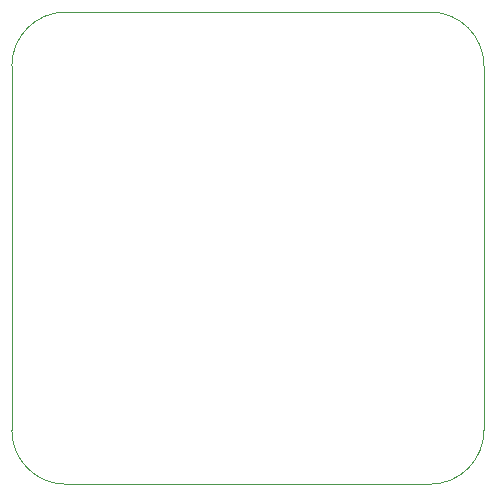
<source format=gbr>
%TF.GenerationSoftware,Altium Limited,Altium Designer,21.3.2 (30)*%
G04 Layer_Color=16711935*
%FSLAX44Y44*%
%MOMM*%
%TF.SameCoordinates,DF9C5644-7730-4CB0-946D-AD2690A7FF42*%
%TF.FilePolarity,Positive*%
%TF.FileFunction,Keep-out,Top*%
%TF.Part,Single*%
G01*
G75*
%TA.AperFunction,NonConductor*%
%ADD79C,0.0000*%
D79*
X562102Y607822D02*
G03*
X607822Y562102I45720J0D01*
G01*
X916178D02*
G03*
X961898Y607822I0J45720D01*
G01*
Y916193D02*
G03*
X916178Y961913I-45720J0D01*
G01*
X607822D02*
G03*
X562102Y916193I0J-45720D01*
G01*
Y607822D02*
Y814324D01*
X607822Y562102D02*
X916178D01*
X961898Y607822D02*
Y916193D01*
X607822Y961913D02*
X916178D01*
X562102Y802894D02*
Y916193D01*
%TF.MD5,1f41215815878114260720770acaade1*%
M02*

</source>
